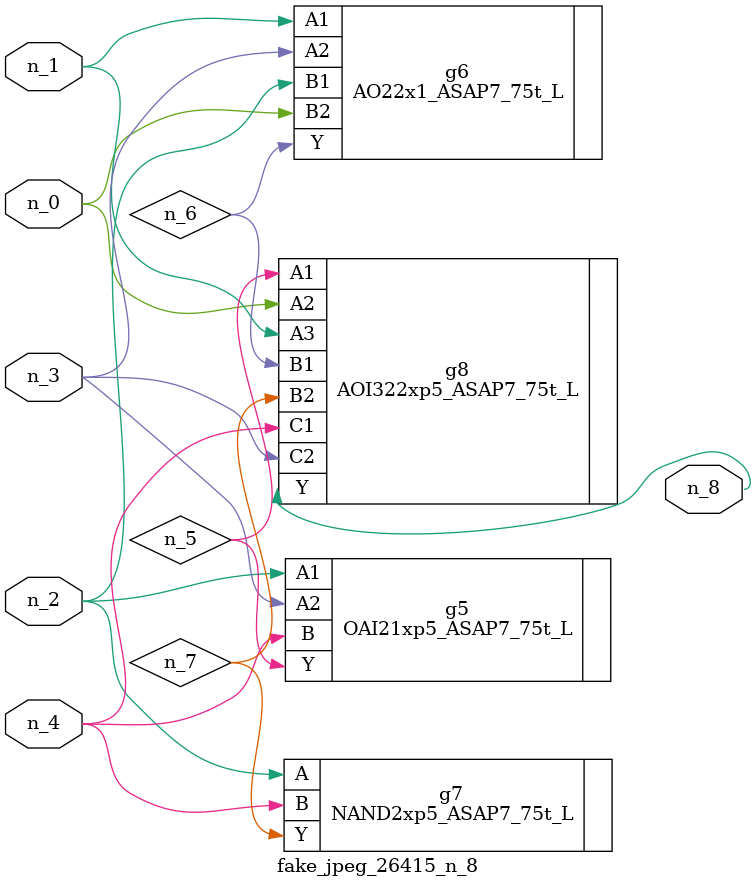
<source format=v>
module fake_jpeg_26415_n_8 (n_3, n_2, n_1, n_0, n_4, n_8);

input n_3;
input n_2;
input n_1;
input n_0;
input n_4;

output n_8;

wire n_6;
wire n_5;
wire n_7;

OAI21xp5_ASAP7_75t_L g5 ( 
.A1(n_2),
.A2(n_3),
.B(n_4),
.Y(n_5)
);

AO22x1_ASAP7_75t_L g6 ( 
.A1(n_1),
.A2(n_3),
.B1(n_2),
.B2(n_0),
.Y(n_6)
);

NAND2xp5_ASAP7_75t_L g7 ( 
.A(n_2),
.B(n_4),
.Y(n_7)
);

AOI322xp5_ASAP7_75t_L g8 ( 
.A1(n_5),
.A2(n_0),
.A3(n_1),
.B1(n_6),
.B2(n_7),
.C1(n_4),
.C2(n_3),
.Y(n_8)
);


endmodule
</source>
